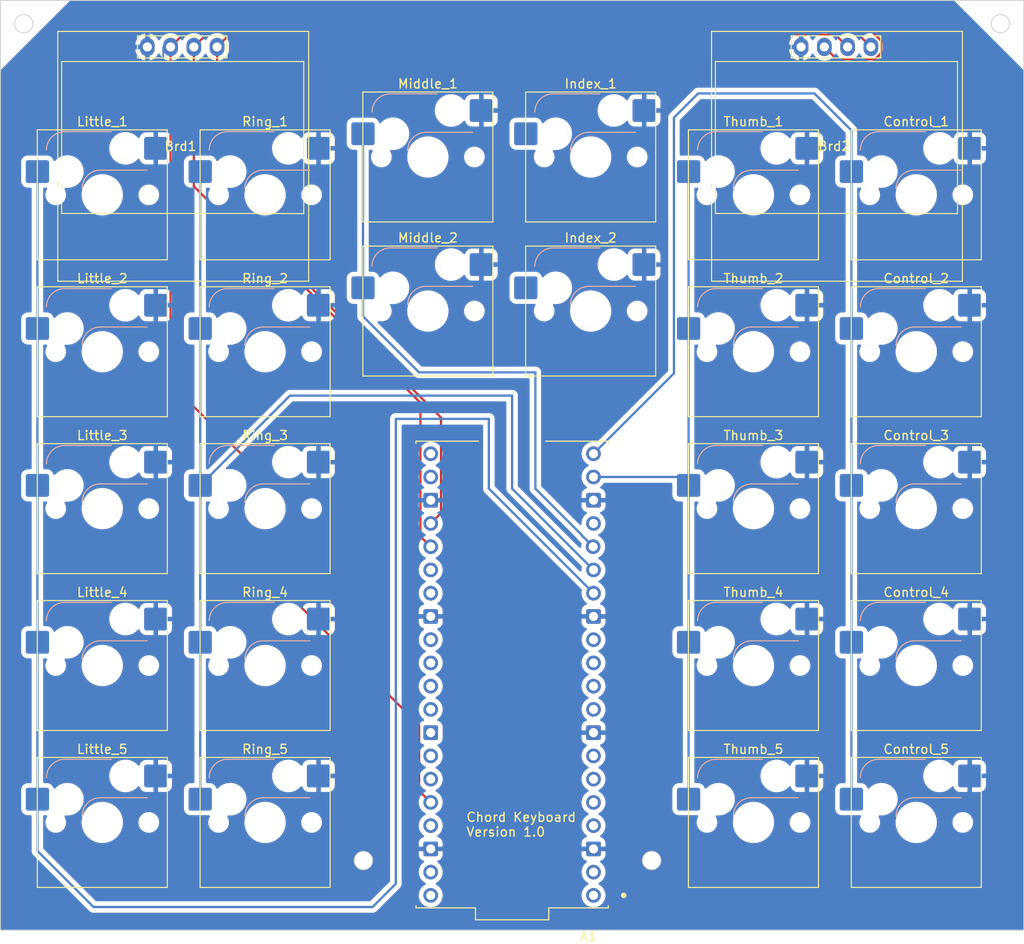
<source format=kicad_pcb>
(kicad_pcb (version 20221018) (generator pcbnew)
  (layers (0 "F.Cu" signal) (31 "B.Cu" signal) (34 "B.Paste" user) (35 "F.Paste" user) (36 "B.SilkS" user "B.Silkscreen") (37 "F.SilkS" user "F.Silkscreen") (38 "B.Mask" user) (39 "F.Mask" user) (44 "Edge.Cuts" user))
  (net 0 "")
  (net 18 "Net-(A1-GP18)")
  (net 22 "Net-(A1-GP10)")
  (net 23 "Net-(A1-GP11)")
  (net 24 "Net-(A1-GP12)")
  (net 25 "Net-(A1-GP13)")
  (net 26 "Net-(A1-GP14)")
  (net 27 "Net-(A1-GP15)")
  (net 30 "Net-(A1-GP19)")
  (net 31 "Net-(A1-3V3_OUT)")
  (net 34 "GND")
  (footprint "FlippedKeys:SW_Hotswap_Kailh_MX" (layer "F.Cu") (at 204.16 91.09)
    (fp_text reference "Control_3" (at 0 -8) (layer "F.SilkS"))
    (fp_text value "SW_Push")
    (pad "" np_thru_hole circle (at -5.08 0) (size 1.75 1.75) (drill 1.75) (layers "*.Cu" "*.Mask"))
    (pad "" np_thru_hole circle (at -3.81 -2.54) (size 3.05 3.05) (drill 3.05) (layers "*.Cu" "*.Mask"))
    (pad "" np_thru_hole circle (at 0 0) (size 4 4) (drill 4) (layers "*.Cu" "*.Mask"))
    (pad "" np_thru_hole circle (at 2.54 -5.08) (size 3.05 3.05) (drill 3.05) (layers "*.Cu" "*.Mask"))
    (pad "" np_thru_hole circle (at 5.08 0) (size 1.75 1.75) (drill 1.75) (layers "*.Cu" "*.Mask"))
    (pad "1" smd roundrect (at -7.085 -2.54) (size 2.55 2.5) (layers "B.Cu" "B.Paste" "B.Mask") (roundrect_rratio 0.1) (net 27 "Net-(A1-GP15)"))
    (pad "2" smd roundrect (at 5.842 -5.08) (size 2.55 2.5) (layers "B.Cu" "B.Paste" "B.Mask") (roundrect_rratio 0.1) (net 34 "GND"))
  )
  (footprint "FlippedKeys:SW_Hotswap_Kailh_MX" (layer "F.Cu") (at 204.16 56.8)
    (fp_text reference "Control_1" (at 0 -8) (layer "F.SilkS"))
    (fp_text value "SW_Push")
    (pad "" np_thru_hole circle (at -5.08 0) (size 1.75 1.75) (drill 1.75) (layers "*.Cu" "*.Mask"))
    (pad "" np_thru_hole circle (at -3.81 -2.54) (size 3.05 3.05) (drill 3.05) (layers "*.Cu" "*.Mask"))
    (pad "" np_thru_hole circle (at 0 0) (size 4 4) (drill 4) (layers "*.Cu" "*.Mask"))
    (pad "" np_thru_hole circle (at 2.54 -5.08) (size 3.05 3.05) (drill 3.05) (layers "*.Cu" "*.Mask"))
    (pad "" np_thru_hole circle (at 5.08 0) (size 1.75 1.75) (drill 1.75) (layers "*.Cu" "*.Mask"))
    (pad "1" smd roundrect (at -7.085 -2.54) (size 2.55 2.5) (layers "B.Cu" "B.Paste" "B.Mask") (roundrect_rratio 0.1) (net 27 "Net-(A1-GP15)"))
    (pad "2" smd roundrect (at 5.842 -5.08) (size 2.55 2.5) (layers "B.Cu" "B.Paste" "B.Mask") (roundrect_rratio 0.1) (net 34 "GND"))
  )
  (footprint "FlippedKeys:SW_Hotswap_Kailh_MX" (layer "F.Cu") (at 133.04 108.235)
    (fp_text reference "Ring_4" (at 0 -8) (layer "F.SilkS"))
    (fp_text value "SW_Push")
    (pad "" np_thru_hole circle (at -5.08 0) (size 1.75 1.75) (drill 1.75) (layers "*.Cu" "*.Mask"))
    (pad "" np_thru_hole circle (at -3.81 -2.54) (size 3.05 3.05) (drill 3.05) (layers "*.Cu" "*.Mask"))
    (pad "" np_thru_hole circle (at 0 0) (size 4 4) (drill 4) (layers "*.Cu" "*.Mask"))
    (pad "" np_thru_hole circle (at 2.54 -5.08) (size 3.05 3.05) (drill 3.05) (layers "*.Cu" "*.Mask"))
    (pad "" np_thru_hole circle (at 5.08 0) (size 1.75 1.75) (drill 1.75) (layers "*.Cu" "*.Mask"))
    (pad "1" smd roundrect (at -7.085 -2.54) (size 2.55 2.5) (layers "B.Cu" "B.Paste" "B.Mask") (roundrect_rratio 0.1) (net 23 "Net-(A1-GP11)"))
    (pad "2" smd roundrect (at 5.842 -5.08) (size 2.55 2.5) (layers "B.Cu" "B.Paste" "B.Mask") (roundrect_rratio 0.1) (net 34 "GND"))
  )
  (footprint "FlippedKeys:SW_Hotswap_Kailh_MX" (layer "F.Cu") (at 115.26 108.235)
    (fp_text reference "Little_4" (at 0 -8) (layer "F.SilkS"))
    (fp_text value "SW_Push")
    (pad "" np_thru_hole circle (at -5.08 0) (size 1.75 1.75) (drill 1.75) (layers "*.Cu" "*.Mask"))
    (pad "" np_thru_hole circle (at -3.81 -2.54) (size 3.05 3.05) (drill 3.05) (layers "*.Cu" "*.Mask"))
    (pad "" np_thru_hole circle (at 0 0) (size 4 4) (drill 4) (layers "*.Cu" "*.Mask"))
    (pad "" np_thru_hole circle (at 2.54 -5.08) (size 3.05 3.05) (drill 3.05) (layers "*.Cu" "*.Mask"))
    (pad "" np_thru_hole circle (at 5.08 0) (size 1.75 1.75) (drill 1.75) (layers "*.Cu" "*.Mask"))
    (pad "1" smd roundrect (at -7.085 -2.54) (size 2.55 2.5) (layers "B.Cu" "B.Paste" "B.Mask") (roundrect_rratio 0.1) (net 22 "Net-(A1-GP10)"))
    (pad "2" smd roundrect (at 5.842 -5.08) (size 2.55 2.5) (layers "B.Cu" "B.Paste" "B.Mask") (roundrect_rratio 0.1) (net 34 "GND"))
  )
  (footprint "FlippedKeys:SW_Hotswap_Kailh_MX" (layer "F.Cu") (at 186.38 56.8)
    (fp_text reference "Thumb_1" (at 0 -8) (layer "F.SilkS"))
    (fp_text value "SW_Push")
    (pad "" np_thru_hole circle (at -5.08 0) (size 1.75 1.75) (drill 1.75) (layers "*.Cu" "*.Mask"))
    (pad "" np_thru_hole circle (at -3.81 -2.54) (size 3.05 3.05) (drill 3.05) (layers "*.Cu" "*.Mask"))
    (pad "" np_thru_hole circle (at 0 0) (size 4 4) (drill 4) (layers "*.Cu" "*.Mask"))
    (pad "" np_thru_hole circle (at 2.54 -5.08) (size 3.05 3.05) (drill 3.05) (layers "*.Cu" "*.Mask"))
    (pad "" np_thru_hole circle (at 5.08 0) (size 1.75 1.75) (drill 1.75) (layers "*.Cu" "*.Mask"))
    (pad "1" smd roundrect (at -7.085 -2.54) (size 2.55 2.5) (layers "B.Cu" "B.Paste" "B.Mask") (roundrect_rratio 0.1) (net 26 "Net-(A1-GP14)"))
    (pad "2" smd roundrect (at 5.842 -5.08) (size 2.55 2.5) (layers "B.Cu" "B.Paste" "B.Mask") (roundrect_rratio 0.1) (net 34 "GND"))
  )
  (footprint "FlippedKeys:SW_Hotswap_Kailh_MX" (layer "F.Cu") (at 150.82 52.665)
    (fp_text reference "Middle_1" (at 0 -8) (layer "F.SilkS"))
    (fp_text value "SW_Push")
    (pad "" np_thru_hole circle (at -5.08 0) (size 1.75 1.75) (drill 1.75) (layers "*.Cu" "*.Mask"))
    (pad "" np_thru_hole circle (at -3.81 -2.54) (size 3.05 3.05) (drill 3.05) (layers "*.Cu" "*.Mask"))
    (pad "" np_thru_hole circle (at 0 0) (size 4 4) (drill 4) (layers "*.Cu" "*.Mask"))
    (pad "" np_thru_hole circle (at 2.54 -5.08) (size 3.05 3.05) (drill 3.05) (layers "*.Cu" "*.Mask"))
    (pad "" np_thru_hole circle (at 5.08 0) (size 1.75 1.75) (drill 1.75) (layers "*.Cu" "*.Mask"))
    (pad "1" smd roundrect (at -7.085 -2.54) (size 2.55 2.5) (layers "B.Cu" "B.Paste" "B.Mask") (roundrect_rratio 0.1) (net 24 "Net-(A1-GP12)"))
    (pad "2" smd roundrect (at 5.842 -5.08) (size 2.55 2.5) (layers "B.Cu" "B.Paste" "B.Mask") (roundrect_rratio 0.1) (net 34 "GND"))
  )
  (footprint "FlippedKeys:SW_Hotswap_Kailh_MX" (layer "F.Cu") (at 150.82 69.5)
    (fp_text reference "Middle_2" (at 0 -8) (layer "F.SilkS"))
    (fp_text value "SW_Push")
    (pad "" np_thru_hole circle (at -5.08 0) (size 1.75 1.75) (drill 1.75) (layers "*.Cu" "*.Mask"))
    (pad "" np_thru_hole circle (at -3.81 -2.54) (size 3.05 3.05) (drill 3.05) (layers "*.Cu" "*.Mask"))
    (pad "" np_thru_hole circle (at 0 0) (size 4 4) (drill 4) (layers "*.Cu" "*.Mask"))
    (pad "" np_thru_hole circle (at 2.54 -5.08) (size 3.05 3.05) (drill 3.05) (layers "*.Cu" "*.Mask"))
    (pad "" np_thru_hole circle (at 5.08 0) (size 1.75 1.75) (drill 1.75) (layers "*.Cu" "*.Mask"))
    (pad "1" smd roundrect (at -7.085 -2.54) (size 2.55 2.5) (layers "B.Cu" "B.Paste" "B.Mask") (roundrect_rratio 0.1) (net 24 "Net-(A1-GP12)"))
    (pad "2" smd roundrect (at 5.842 -5.08) (size 2.55 2.5) (layers "B.Cu" "B.Paste" "B.Mask") (roundrect_rratio 0.1) (net 34 "GND"))
  )
  (footprint "FlippedKeys:SW_Hotswap_Kailh_MX" (layer "F.Cu") (at 133.04 73.945)
    (fp_text reference "Ring_2" (at 0 -8) (layer "F.SilkS"))
    (fp_text value "SW_Push")
    (pad "" np_thru_hole circle (at -5.08 0) (size 1.75 1.75) (drill 1.75) (layers "*.Cu" "*.Mask"))
    (pad "" np_thru_hole circle (at -3.81 -2.54) (size 3.05 3.05) (drill 3.05) (layers "*.Cu" "*.Mask"))
    (pad "" np_thru_hole circle (at 0 0) (size 4 4) (drill 4) (layers "*.Cu" "*.Mask"))
    (pad "" np_thru_hole circle (at 2.54 -5.08) (size 3.05 3.05) (drill 3.05) (layers "*.Cu" "*.Mask"))
    (pad "" np_thru_hole circle (at 5.08 0) (size 1.75 1.75) (drill 1.75) (layers "*.Cu" "*.Mask"))
    (pad "1" smd roundrect (at -7.085 -2.54) (size 2.55 2.5) (layers "B.Cu" "B.Paste" "B.Mask") (roundrect_rratio 0.1) (net 23 "Net-(A1-GP11)"))
    (pad "2" smd roundrect (at 5.842 -5.08) (size 2.55 2.5) (layers "B.Cu" "B.Paste" "B.Mask") (roundrect_rratio 0.1) (net 34 "GND"))
  )
  (footprint "FlippedKeys:SW_Hotswap_Kailh_MX" (layer "F.Cu") (at 115.26 56.8)
    (fp_text reference "Little_1" (at 0 -8) (layer "F.SilkS"))
    (fp_text value "SW_Push")
    (pad "" np_thru_hole circle (at -5.08 0) (size 1.75 1.75) (drill 1.75) (layers "*.Cu" "*.Mask"))
    (pad "" np_thru_hole circle (at -3.81 -2.54) (size 3.05 3.05) (drill 3.05) (layers "*.Cu" "*.Mask"))
    (pad "" np_thru_hole circle (at 0 0) (size 4 4) (drill 4) (layers "*.Cu" "*.Mask"))
    (pad "" np_thru_hole circle (at 2.54 -5.08) (size 3.05 3.05) (drill 3.05) (layers "*.Cu" "*.Mask"))
    (pad "" np_thru_hole circle (at 5.08 0) (size 1.75 1.75) (drill 1.75) (layers "*.Cu" "*.Mask"))
    (pad "1" smd roundrect (at -7.085 -2.54) (size 2.55 2.5) (layers "B.Cu" "B.Paste" "B.Mask") (roundrect_rratio 0.1) (net 22 "Net-(A1-GP10)"))
    (pad "2" smd roundrect (at 5.842 -5.08) (size 2.55 2.5) (layers "B.Cu" "B.Paste" "B.Mask") (roundrect_rratio 0.1) (net 34 "GND"))
  )
  (footprint "RobsStuff:128x64OLED" (layer "F.Cu") (at 123.8 51.24)
    (fp_text reference "Brd1" (at 0 0.254) (layer "F.SilkS"))
    (fp_text value "SSD1306")
    (pad "1" thru_hole oval (at -3.62 -10.6 90) (size 2 1.6) (drill 1) (layers "*.Cu" "*.Mask") (net 34 "GND"))
    (pad "2" thru_hole oval (at -1.08 -10.6 90) (size 2 1.6) (drill 1) (layers "*.Cu" "*.Mask") (net 31 "Net-(A1-3V3_OUT)"))
    (pad "3" thru_hole oval (at 1.46 -10.6 90) (size 2 1.6) (drill 1) (layers "*.Cu" "*.Mask") (net 30 "Net-(A1-GP19)"))
    (pad "4" thru_hole oval (at 4 -10.6 90) (size 2 1.6) (drill 1) (layers "*.Cu" "*.Mask") (net 18 "Net-(A1-GP18)"))
  )
  (footprint "FlippedKeys:SW_Hotswap_Kailh_MX" (layer "F.Cu") (at 204.16 73.945)
    (fp_text reference "Control_2" (at 0 -8) (layer "F.SilkS"))
    (fp_text value "SW_Push")
    (pad "" np_thru_hole circle (at -5.08 0) (size 1.75 1.75) (drill 1.75) (layers "*.Cu" "*.Mask"))
    (pad "" np_thru_hole circle (at -3.81 -2.54) (size 3.05 3.05) (drill 3.05) (layers "*.Cu" "*.Mask"))
    (pad "" np_thru_hole circle (at 0 0) (size 4 4) (drill 4) (layers "*.Cu" "*.Mask"))
    (pad "" np_thru_hole circle (at 2.54 -5.08) (size 3.05 3.05) (drill 3.05) (layers "*.Cu" "*.Mask"))
    (pad "" np_thru_hole circle (at 5.08 0) (size 1.75 1.75) (drill 1.75) (layers "*.Cu" "*.Mask"))
    (pad "1" smd roundrect (at -7.085 -2.54) (size 2.55 2.5) (layers "B.Cu" "B.Paste" "B.Mask") (roundrect_rratio 0.1) (net 27 "Net-(A1-GP15)"))
    (pad "2" smd roundrect (at 5.842 -5.08) (size 2.55 2.5) (layers "B.Cu" "B.Paste" "B.Mask") (roundrect_rratio 0.1) (net 34 "GND"))
  )
  (footprint "FlippedKeys:SW_Hotswap_Kailh_MX" (layer "F.Cu") (at 168.6 52.665)
    (fp_text reference "Index_1" (at 0 -8) (layer "F.SilkS"))
    (fp_text value "SW_Push")
    (pad "" np_thru_hole circle (at -5.08 0) (size 1.75 1.75) (drill 1.75) (layers "*.Cu" "*.Mask"))
    (pad "" np_thru_hole circle (at -3.81 -2.54) (size 3.05 3.05) (drill 3.05) (layers "*.Cu" "*.Mask"))
    (pad "" np_thru_hole circle (at 0 0) (size 4 4) (drill 4) (layers "*.Cu" "*.Mask"))
    (pad "" np_thru_hole circle (at 2.54 -5.08) (size 3.05 3.05) (drill 3.05) (layers "*.Cu" "*.Mask"))
    (pad "" np_thru_hole circle (at 5.08 0) (size 1.75 1.75) (drill 1.75) (layers "*.Cu" "*.Mask"))
    (pad "1" smd roundrect (at -7.085 -2.54) (size 2.55 2.5) (layers "B.Cu" "B.Paste" "B.Mask") (roundrect_rratio 0.1) (net 25 "Net-(A1-GP13)"))
    (pad "2" smd roundrect (at 5.842 -5.08) (size 2.55 2.5) (layers "B.Cu" "B.Paste" "B.Mask") (roundrect_rratio 0.1) (net 34 "GND"))
  )
  (footprint "FlippedKeys:SW_Hotswap_Kailh_MX" (layer "F.Cu") (at 186.38 91.09)
    (fp_text reference "Thumb_3" (at 0 -8) (layer "F.SilkS"))
    (fp_text value "SW_Push")
    (pad "" np_thru_hole circle (at -5.08 0) (size 1.75 1.75) (drill 1.75) (layers "*.Cu" "*.Mask"))
    (pad "" np_thru_hole circle (at -3.81 -2.54) (size 3.05 3.05) (drill 3.05) (layers "*.Cu" "*.Mask"))
    (pad "" np_thru_hole circle (at 0 0) (size 4 4) (drill 4) (layers "*.Cu" "*.Mask"))
    (pad "" np_thru_hole circle (at 2.54 -5.08) (size 3.05 3.05) (drill 3.05) (layers "*.Cu" "*.Mask"))
    (pad "" np_thru_hole circle (at 5.08 0) (size 1.75 1.75) (drill 1.75) (layers "*.Cu" "*.Mask"))
    (pad "1" smd roundrect (at -7.085 -2.54) (size 2.55 2.5) (layers "B.Cu" "B.Paste" "B.Mask") (roundrect_rratio 0.1) (net 26 "Net-(A1-GP14)"))
    (pad "2" smd roundrect (at 5.842 -5.08) (size 2.55 2.5) (layers "B.Cu" "B.Paste" "B.Mask") (roundrect_rratio 0.1) (net 34 "GND"))
  )
  (footprint "FlippedKeys:SW_Hotswap_Kailh_MX" (layer "F.Cu") (at 186.38 108.235)
    (fp_text reference "Thumb_4" (at 0 -8) (layer "F.SilkS"))
    (fp_text value "SW_Push")
    (pad "" np_thru_hole circle (at -5.08 0) (size 1.75 1.75) (drill 1.75) (layers "*.Cu" "*.Mask"))
    (pad "" np_thru_hole circle (at -3.81 -2.54) (size 3.05 3.05) (drill 3.05) (layers "*.Cu" "*.Mask"))
    (pad "" np_thru_hole circle (at 0 0) (size 4 4) (drill 4) (layers "*.Cu" "*.Mask"))
    (pad "" np_thru_hole circle (at 2.54 -5.08) (size 3.05 3.05) (drill 3.05) (layers "*.Cu" "*.Mask"))
    (pad "" np_thru_hole circle (at 5.08 0) (size 1.75 1.75) (drill 1.75) (layers "*.Cu" "*.Mask"))
    (pad "1" smd roundrect (at -7.085 -2.54) (size 2.55 2.5) (layers "B.Cu" "B.Paste" "B.Mask") (roundrect_rratio 0.1) (net 26 "Net-(A1-GP14)"))
    (pad "2" smd roundrect (at 5.842 -5.08) (size 2.55 2.5) (layers "B.Cu" "B.Paste" "B.Mask") (roundrect_rratio 0.1) (net 34 "GND"))
  )
  (footprint "FlippedKeys:SW_Hotswap_Kailh_MX" (layer "F.Cu") (at 186.38 73.945)
    (fp_text reference "Thumb_2" (at 0 -8) (layer "F.SilkS"))
    (fp_text value "SW_Push")
    (pad "" np_thru_hole circle (at -5.08 0) (size 1.75 1.75) (drill 1.75) (layers "*.Cu" "*.Mask"))
    (pad "" np_thru_hole circle (at -3.81 -2.54) (size 3.05 3.05) (drill 3.05) (layers "*.Cu" "*.Mask"))
    (pad "" np_thru_hole circle (at 0 0) (size 4 4) (drill 4) (layers "*.Cu" "*.Mask"))
    (pad "" np_thru_hole circle (at 2.54 -5.08) (size 3.05 3.05) (drill 3.05) (layers "*.Cu" "*.Mask"))
    (pad "" np_thru_hole circle (at 5.08 0) (size 1.75 1.75) (drill 1.75) (layers "*.Cu" "*.Mask"))
    (pad "1" smd roundrect (at -7.085 -2.54) (size 2.55 2.5) (layers "B.Cu" "B.Paste" "B.Mask") (roundrect_rratio 0.1) (net 26 "Net-(A1-GP14)"))
    (pad "2" smd roundrect (at 5.842 -5.08) (size 2.55 2.5) (layers "B.Cu" "B.Paste" "B.Mask") (roundrect_rratio 0.1) (net 34 "GND"))
  )
  (footprint "FlippedKeys:SW_Hotswap_Kailh_MX" (layer "F.Cu") (at 186.38 125.38)
    (fp_text reference "Thumb_5" (at 0 -8) (layer "F.SilkS"))
    (fp_text value "SW_Push")
    (pad "" np_thru_hole circle (at -5.08 0) (size 1.75 1.75) (drill 1.75) (layers "*.Cu" "*.Mask"))
    (pad "" np_thru_hole circle (at -3.81 -2.54) (size 3.05 3.05) (drill 3.05) (layers "*.Cu" "*.Mask"))
    (pad "" np_thru_hole circle (at 0 0) (size 4 4) (drill 4) (layers "*.Cu" "*.Mask"))
    (pad "" np_thru_hole circle (at 2.54 -5.08) (size 3.05 3.05) (drill 3.05) (layers "*.Cu" "*.Mask"))
    (pad "" np_thru_hole circle (at 5.08 0) (size 1.75 1.75) (drill 1.75) (layers "*.Cu" "*.Mask"))
    (pad "1" smd roundrect (at -7.085 -2.54) (size 2.55 2.5) (layers "B.Cu" "B.Paste" "B.Mask") (roundrect_rratio 0.1) (net 26 "Net-(A1-GP14)"))
    (pad "2" smd roundrect (at 5.842 -5.08) (size 2.55 2.5) (layers "B.Cu" "B.Paste" "B.Mask") (roundrect_rratio 0.1) (net 34 "GND"))
  )
  (footprint "FlippedKeys:SW_Hotswap_Kailh_MX" (layer "F.Cu") (at 204.16 108.235)
    (fp_text reference "Control_4" (at 0 -8) (layer "F.SilkS"))
    (fp_text value "SW_Push")
    (pad "" np_thru_hole circle (at -5.08 0) (size 1.75 1.75) (drill 1.75) (layers "*.Cu" "*.Mask"))
    (pad "" np_thru_hole circle (at -3.81 -2.54) (size 3.05 3.05) (drill 3.05) (layers "*.Cu" "*.Mask"))
    (pad "" np_thru_hole circle (at 0 0) (size 4 4) (drill 4) (layers "*.Cu" "*.Mask"))
    (pad "" np_thru_hole circle (at 2.54 -5.08) (size 3.05 3.05) (drill 3.05) (layers "*.Cu" "*.Mask"))
    (pad "" np_thru_hole circle (at 5.08 0) (size 1.75 1.75) (drill 1.75) (layers "*.Cu" "*.Mask"))
    (pad "1" smd roundrect (at -7.085 -2.54) (size 2.55 2.5) (layers "B.Cu" "B.Paste" "B.Mask") (roundrect_rratio 0.1) (net 27 "Net-(A1-GP15)"))
    (pad "2" smd roundrect (at 5.842 -5.08) (size 2.55 2.5) (layers "B.Cu" "B.Paste" "B.Mask") (roundrect_rratio 0.1) (net 34 "GND"))
  )
  (footprint "FlippedKeys:SW_Hotswap_Kailh_MX" (layer "F.Cu") (at 115.26 91.09)
    (fp_text reference "Little_3" (at 0 -8) (layer "F.SilkS"))
    (fp_text value "SW_Push")
    (pad "" np_thru_hole circle (at -5.08 0) (size 1.75 1.75) (drill 1.75) (layers "*.Cu" "*.Mask"))
    (pad "" np_thru_hole circle (at -3.81 -2.54) (size 3.05 3.05) (drill 3.05) (layers "*.Cu" "*.Mask"))
    (pad "" np_thru_hole circle (at 0 0) (size 4 4) (drill 4) (layers "*.Cu" "*.Mask"))
    (pad "" np_thru_hole circle (at 2.54 -5.08) (size 3.05 3.05) (drill 3.05) (layers "*.Cu" "*.Mask"))
    (pad "" np_thru_hole circle (at 5.08 0) (size 1.75 1.75) (drill 1.75) (layers "*.Cu" "*.Mask"))
    (pad "1" smd roundrect (at -7.085 -2.54) (size 2.55 2.5) (layers "B.Cu" "B.Paste" "B.Mask") (roundrect_rratio 0.1) (net 22 "Net-(A1-GP10)"))
    (pad "2" smd roundrect (at 5.842 -5.08) (size 2.55 2.5) (layers "B.Cu" "B.Paste" "B.Mask") (roundrect_rratio 0.1) (net 34 "GND"))
  )
  (footprint "Module:Pico_W" (layer "F.Cu") (at 160.02 109.22 180)
    (fp_text reference "A1" (at -8.325 -28.635) (layer "F.SilkS"))
    (fp_text value "SC0918")
    (pad "1" thru_hole circle (at -8.89 -24.13 180) (size 1.6 1.6) (drill 1) (layers "*.Cu" "*.Mask"))
    (pad "2" thru_hole circle (at -8.89 -21.59 180) (size 1.6 1.6) (drill 1) (layers "*.Cu" "*.Mask"))
    (pad "3" thru_hole roundrect (at -8.89 -19.05 180) (size 1.6 1.6) (drill 1) (layers "*.Cu" "*.Mask") (roundrect_rratio 0.125) (net 34 "GND"))
    (pad "4" thru_hole circle (at -8.89 -16.51 180) (size 1.6 1.6) (drill 1) (layers "*.Cu" "*.Mask"))
    (pad "5" thru_hole circle (at -8.89 -13.97 180) (size 1.6 1.6) (drill 1) (layers "*.Cu" "*.Mask"))
    (pad "6" thru_hole circle (at -8.89 -11.43 180) (size 1.6 1.6) (drill 1) (layers "*.Cu" "*.Mask"))
    (pad "7" thru_hole circle (at -8.89 -8.89 180) (size 1.6 1.6) (drill 1) (layers "*.Cu" "*.Mask"))
    (pad "8" thru_hole roundrect (at -8.89 -6.35 180) (size 1.6 1.6) (drill 1) (layers "*.Cu" "*.Mask") (roundrect_rratio 0.125) (net 34 "GND"))
    (pad "9" thru_hole circle (at -8.89 -3.81 180) (size 1.6 1.6) (drill 1) (layers "*.Cu" "*.Mask"))
    (pad "10" thru_hole circle (at -8.89 -1.27 180) (size 1.6 1.6) (drill 1) (layers "*.Cu" "*.Mask"))
    (pad "11" thru_hole circle (at -8.89 1.27 180) (size 1.6 1.6) (drill 1) (layers "*.Cu" "*.Mask"))
    (pad "12" thru_hole circle (at -8.89 3.81 180) (size 1.6 1.6) (drill 1) (layers "*.Cu" "*.Mask"))
    (pad "13" thru_hole roundrect (at -8.89 6.35 180) (size 1.6 1.6) (drill 1) (layers "*.Cu" "*.Mask") (roundrect_rratio 0.125) (net 34 "GND"))
    (pad "14" thru_hole circle (at -8.89 8.89 180) (size 1.6 1.6) (drill 1) (layers "*.Cu" "*.Mask") (net 22 "Net-(A1-GP10)"))
    (pad "15" thru_hole circle (at -8.89 11.43 180) (size 1.6 1.6) (drill 1) (layers "*.Cu" "*.Mask") (net 23 "Net-(A1-GP11)"))
    (pad "16" thru_hole circle (at -8.848119 13.97 180) (size 1.6 1.6) (drill 1) (layers "*.Cu" "*.Mask") (net 24 "Net-(A1-GP12)"))
    (pad "17" thru_hole circle (at -8.89 16.51 180) (size 1.6 1.6) (drill 1) (layers "*.Cu" "*.Mask") (net 25 "Net-(A1-GP13)"))
    (pad "18" thru_hole roundrect (at -8.89 19.05 180) (size 1.6 1.6) (drill 1) (layers "*.Cu" "*.Mask") (roundrect_rratio 0.125) (net 34 "GND"))
    (pad "19" thru_hole circle (at -8.89 21.59 180) (size 1.6 1.6) (drill 1) (layers "*.Cu" "*.Mask") (net 26 "Net-(A1-GP14)"))
    (pad "20" thru_hole circle (at -8.89 24.13 180) (size 1.6 1.6) (drill 1) (layers "*.Cu" "*.Mask") (net 27 "Net-(A1-GP15)"))
    (pad "21" thru_hole circle (at 8.89 24.13 180) (size 1.6 1.6) (drill 1) (layers "*.Cu" "*.Mask"))
    (pad "22" thru_hole circle (at 8.89 21.59 180) (size 1.6 1.6) (drill 1) (layers "*.Cu" "*.Mask"))
    (pad "23" thru_hole roundrect (at 8.89 19.05 180) (size 1.6 1.6) (drill 1) (layers "*.Cu" "*.Mask") (roundrect_rratio 0.125) (net 34 "GND"))
    (pad "24" thru_hole circle (at 8.89 16.51 180) (size 1.6 1.6) (drill 1) (layers "*.Cu" "*.Mask") (net 18 "Net-(A1-GP18)"))
    (pad "25" thru_hole circle (at 8.89 13.97 180) (size 1.6 1.6) (drill 1) (layers "*.Cu" "*.Mask") (net 30 "Net-(A1-GP19)"))
    (pad "26" thru_hole circle (at 8.89 11.43 180) (size 1.6 1.6) (drill 1) (layers "*.Cu" "*.Mask"))
    (pad "27" thru_hole circle (at 8.89 8.89 180) (size 1.6 1.6) (drill 1) (layers "*.Cu" "*.Mask"))
    (pad "28" thru_hole roundrect (at 8.89 6.35 180) (size 1.6 1.6) (drill 1) (layers "*.Cu" "*.Mask") (roundrect_rratio 0.125) (net 34 "GND"))
    (pad "29" thru_hole circle (at 8.89 3.81 180) (size 1.6 1.6) (drill 1) (layers "*.Cu" "*.Mask"))
    (pad "30" thru_hole circle (at 8.89 1.27 180) (size 1.6 1.6) (drill 1) (layers "*.Cu" "*.Mask"))
    (pad "31" thru_hole circle (at 8.89 -1.27 180) (size 1.6 1.6) (drill 1) (layers "*.Cu" "*.Mask"))
    (pad "32" thru_hole circle (at 8.89 -3.81 180) (size 1.6 1.6) (drill 1) (layers "*.Cu" "*.Mask"))
    (pad "33" thru_hole roundrect (at 8.89 -6.35 180) (size 1.6 1.6) (drill 1) (layers "*.Cu" "*.Mask") (roundrect_rratio 0.125))
    (pad "34" thru_hole circle (at 8.89 -8.89 180) (size 1.6 1.6) (drill 1) (layers "*.Cu" "*.Mask"))
    (pad "35" thru_hole circle (at 8.89 -11.43 180) (size 1.6 1.6) (drill 1) (layers "*.Cu" "*.Mask"))
    (pad "36" thru_hole circle (at 8.89 -13.97 180) (size 1.6 1.6) (drill 1) (layers "*.Cu" "*.Mask") (net 31 "Net-(A1-3V3_OUT)"))
    (pad "37" thru_hole circle (at 8.89 -16.51 180) (size 1.6 1.6) (drill 1) (layers "*.Cu" "*.Mask"))
    (pad "38" thru_hole roundrect (at 8.89 -19.05 180) (size 1.6 1.6) (drill 1) (layers "*.Cu" "*.Mask") (roundrect_rratio 0.125) (net 34 "GND"))
    (pad "39" thru_hole circle (at 8.89 -21.59 180) (size 1.6 1.6) (drill 1) (layers "*.Cu" "*.Mask"))
    (pad "40" thru_hole circle (at 8.89 -24.13 180) (size 1.6 1.6) (drill 1) (layers "*.Cu" "*.Mask"))
  )
  (footprint "RobsStuff:128x64OLED" (layer "F.Cu") (at 195.2 51.24)
    (fp_text reference "Brd2" (at 0 0.254) (layer "F.SilkS"))
    (fp_text value "SSD1306")
    (pad "1" thru_hole oval (at -3.62 -10.6 90) (size 2 1.6) (drill 1) (layers "*.Cu" "*.Mask") (net 34 "GND"))
    (pad "2" thru_hole oval (at -1.08 -10.6 90) (size 2 1.6) (drill 1) (layers "*.Cu" "*.Mask") (net 31 "Net-(A1-3V3_OUT)"))
    (pad "3" thru_hole oval (at 1.46 -10.6 90) (size 2 1.6) (drill 1) (layers "*.Cu" "*.Mask") (net 18 "Net-(A1-GP18)"))
    (pad "4" thru_hole oval (at 4 -10.6 90) (size 2 1.6) (drill 1) (layers "*.Cu" "*.Mask") (net 30 "Net-(A1-GP19)"))
  )
  (footprint "FlippedKeys:SW_Hotswap_Kailh_MX" (layer "F.Cu") (at 204.16 125.38)
    (fp_text reference "Control_5" (at 0 -8) (layer "F.SilkS"))
    (fp_text value "SW_Push")
    (pad "" np_thru_hole circle (at -5.08 0) (size 1.75 1.75) (drill 1.75) (layers "*.Cu" "*.Mask"))
    (pad "" np_thru_hole circle (at -3.81 -2.54) (size 3.05 3.05) (drill 3.05) (layers "*.Cu" "*.Mask"))
    (pad "" np_thru_hole circle (at 0 0) (size 4 4) (drill 4) (layers "*.Cu" "*.Mask"))
    (pad "" np_thru_hole circle (at 2.54 -5.08) (size 3.05 3.05) (drill 3.05) (layers "*.Cu" "*.Mask"))
    (pad "" np_thru_hole circle (at 5.08 0) (size 1.75 1.75) (drill 1.75) (layers "*.Cu" "*.Mask"))
    (pad "1" smd roundrect (at -7.085 -2.54) (size 2.55 2.5) (layers "B.Cu" "B.Paste" "B.Mask") (roundrect_rratio 0.1) (net 27 "Net-(A1-GP15)"))
    (pad "2" smd roundrect (at 5.842 -5.08) (size 2.55 2.5) (layers "B.Cu" "B.Paste" "B.Mask") (roundrect_rratio 0.1) (net 34 "GND"))
  )
  (footprint "FlippedKeys:SW_Hotswap_Kailh_MX" (layer "F.Cu") (at 115.26 73.945)
    (fp_text reference "Little_2" (at 0 -8) (layer "F.SilkS"))
    (fp_text value "SW_Push")
    (pad "" np_thru_hole circle (at -5.08 0) (size 1.75 1.75) (drill 1.75) (layers "*.Cu" "*.Mask"))
    (pad "" np_thru_hole circle (at -3.81 -2.54) (size 3.05 3.05) (drill 3.05) (layers "*.Cu" "*.Mask"))
    (pad "" np_thru_hole circle (at 0 0) (size 4 4) (drill 4) (layers "*.Cu" "*.Mask"))
    (pad "" np_thru_hole circle (at 2.54 -5.08) (size 3.05 3.05) (drill 3.05) (layers "*.Cu" "*.Mask"))
    (pad "" np_thru_hole circle (at 5.08 0) (size 1.75 1.75) (drill 1.75) (layers "*.Cu" "*.Mask"))
    (pad "1" smd roundrect (at -7.085 -2.54) (size 2.55 2.5) (layers "B.Cu" "B.Paste" "B.Mask") (roundrect_rratio 0.1) (net 22 "Net-(A1-GP10)"))
    (pad "2" smd roundrect (at 5.842 -5.08) (size 2.55 2.5) (layers "B.Cu" "B.Paste" "B.Mask") (roundrect_rratio 0.1) (net 34 "GND"))
  )
  (footprint "FlippedKeys:SW_Hotswap_Kailh_MX" (layer "F.Cu") (at 133.04 56.8)
    (fp_text reference "Ring_1" (at 0 -8) (layer "F.SilkS"))
    (fp_text value "SW_Push")
    (pad "" np_thru_hole circle (at -5.08 0) (size 1.75 1.75) (drill 1.75) (layers "*.Cu" "*.Mask"))
    (pad "" np_thru_hole circle (at -3.81 -2.54) (size 3.05 3.05) (drill 3.05) (layers "*.Cu" "*.Mask"))
    (pad "" np_thru_hole circle (at 0 0) (size 4 4) (drill 4) (layers "*.Cu" "*.Mask"))
    (pad "" np_thru_hole circle (at 2.54 -5.08) (size 3.05 3.05) (drill 3.05) (layers "*.Cu" "*.Mask"))
    (pad "" np_thru_hole circle (at 5.08 0) (size 1.75 1.75) (drill 1.75) (layers "*.Cu" "*.Mask"))
    (pad "1" smd roundrect (at -7.085 -2.54) (size 2.55 2.5) (layers "B.Cu" "B.Paste" "B.Mask") (roundrect_rratio 0.1) (net 23 "Net-(A1-GP11)"))
    (pad "2" smd roundrect (at 5.842 -5.08) (size 2.55 2.5) (layers "B.Cu" "B.Paste" "B.Mask") (roundrect_rratio 0.1) (net 34 "GND"))
  )
  (footprint "FlippedKeys:SW_Hotswap_Kailh_MX" (layer "F.Cu") (at 115.26 125.38)
    (fp_text reference "Little_5" (at 0 -8) (layer "F.SilkS"))
    (fp_text value "SW_Push")
    (pad "" np_thru_hole circle (at -5.08 0) (size 1.75 1.75) (drill 1.75) (layers "*.Cu" "*.Mask"))
    (pad "" np_thru_hole circle (at -3.81 -2.54) (size 3.05 3.05) (drill 3.05) (layers "*.Cu" "*.Mask"))
    (pad "" np_thru_hole circle (at 0 0) (size 4 4) (drill 4) (layers "*.Cu" "*.Mask"))
    (pad "" np_thru_hole circle (at 2.54 -5.08) (size 3.05 3.05) (drill 3.05) (layers "*.Cu" "*.Mask"))
    (pad "" np_thru_hole circle (at 5.08 0) (size 1.75 1.75) (drill 1.75) (layers "*.Cu" "*.Mask"))
    (pad "1" smd roundrect (at -7.085 -2.54) (size 2.55 2.5) (layers "B.Cu" "B.Paste" "B.Mask") (roundrect_rratio 0.1) (net 22 "Net-(A1-GP10)"))
    (pad "2" smd roundrect (at 5.842 -5.08) (size 2.55 2.5) (layers "B.Cu" "B.Paste" "B.Mask") (roundrect_rratio 0.1) (net 34 "GND"))
  )
  (footprint "FlippedKeys:SW_Hotswap_Kailh_MX" (layer "F.Cu") (at 133.04 125.38)
    (fp_text reference "Ring_5" (at 0 -8) (layer "F.SilkS"))
    (fp_text value "SW_Push")
    (pad "" np_thru_hole circle (at -5.08 0) (size 1.75 1.75) (drill 1.75) (layers "*.Cu" "*.Mask"))
    (pad "" np_thru_hole circle (at -3.81 -2.54) (size 3.05 3.05) (drill 3.05) (layers "*.Cu" "*.Mask"))
    (pad "" np_thru_hole circle (at 0 0) (size 4 4) (drill 4) (layers "*.Cu" "*.Mask"))
    (pad "" np_thru_hole circle (at 2.54 -5.08) (size 3.05 3.05) (drill 3.05) (layers "*.Cu" "*.Mask"))
    (pad "" np_thru_hole circle (at 5.08 0) (size 1.75 1.75) (drill 1.75) (layers "*.Cu" "*.Mask"))
    (pad "1" smd roundrect (at -7.085 -2.54) (size 2.55 2.5) (layers "B.Cu" "B.Paste" "B.Mask") (roundrect_rratio 0.1) (net 23 "Net-(A1-GP11)"))
    (pad "2" smd roundrect (at 5.842 -5.08) (size 2.55 2.5) (layers "B.Cu" "B.Paste" "B.Mask") (roundrect_rratio 0.1) (net 34 "GND"))
  )
  (footprint "FlippedKeys:SW_Hotswap_Kailh_MX" (layer "F.Cu") (at 168.6 69.5)
    (fp_text reference "Index_2" (at 0 -8) (layer "F.SilkS"))
    (fp_text value "SW_Push")
    (pad "" np_thru_hole circle (at -5.08 0) (size 1.75 1.75) (drill 1.75) (layers "*.Cu" "*.Mask"))
    (pad "" np_thru_hole circle (at -3.81 -2.54) (size 3.05 3.05) (drill 3.05) (layers "*.Cu" "*.Mask"))
    (pad "" np_thru_hole circle (at 0 0) (size 4 4) (drill 4) (layers "*.Cu" "*.Mask"))
    (pad "" np_thru_hole circle (at 2.54 -5.08) (size 3.05 3.05) (drill 3.05) (layers "*.Cu" "*.Mask"))
    (pad "" np_thru_hole circle (at 5.08 0) (size 1.75 1.75) (drill 1.75) (layers "*.Cu" "*.Mask"))
    (pad "1" smd roundrect (at -7.085 -2.54) (size 2.55 2.5) (layers "B.Cu" "B.Paste" "B.Mask") (roundrect_rratio 0.1) (net 25 "Net-(A1-GP13)"))
    (pad "2" smd roundrect (at 5.842 -5.08) (size 2.55 2.5) (layers "B.Cu" "B.Paste" "B.Mask") (roundrect_rratio 0.1) (net 34 "GND"))
  )
  (footprint "FlippedKeys:SW_Hotswap_Kailh_MX" (layer "F.Cu") (at 133.04 91.09)
    (fp_text reference "Ring_3" (at 0 -8) (layer "F.SilkS"))
    (fp_text value "SW_Push")
    (pad "" np_thru_hole circle (at -5.08 0) (size 1.75 1.75) (drill 1.75) (layers "*.Cu" "*.Mask"))
    (pad "" np_thru_hole circle (at -3.81 -2.54) (size 3.05 3.05) (drill 3.05) (layers "*.Cu" "*.Mask"))
    (pad "" np_thru_hole circle (at 0 0) (size 4 4) (drill 4) (layers "*.Cu" "*.Mask"))
    (pad "" np_thru_hole circle (at 2.54 -5.08) (size 3.05 3.05) (drill 3.05) (layers "*.Cu" "*.Mask"))
    (pad "" np_thru_hole circle (at 5.08 0) (size 1.75 1.75) (drill 1.75) (layers "*.Cu" "*.Mask"))
    (pad "1" smd roundrect (at -7.085 -2.54) (size 2.55 2.5) (layers "B.Cu" "B.Paste" "B.Mask") (roundrect_rratio 0.1) (net 23 "Net-(A1-GP11)"))
    (pad "2" smd roundrect (at 5.842 -5.08) (size 2.55 2.5) (layers "B.Cu" "B.Paste" "B.Mask") (roundrect_rratio 0.1) (net 34 "GND"))
  )
  (gr_line (start 121.92 40.64) (end 121.92 43.18) (stroke (width 0.2)) (layer "B.Cu"))
  (gr_rect (start 104.14 35.56) (end 215.9 137.16) (stroke (width 0.1)) (fill none) (layer "Edge.Cuts"))
  (gr_circle (center 213.36 38.1) (end 213.36 39.1) (stroke (width 0.1)) (fill none) (layer "Edge.Cuts"))
  (gr_circle (center 175.26 129.54) (end 176.26 129.54) (stroke (width 0.1)) (fill none) (layer "Edge.Cuts"))
  (gr_circle (center 106.68 38.1) (end 106.68 39.1) (stroke (width 0.1)) (fill none) (layer "Edge.Cuts"))
  (gr_circle (center 143.78 129.54) (end 143.78 130.54) (stroke (width 0.1)) (fill none) (layer "Edge.Cuts"))
  (gr_text "Chord Keyboard\nVersion 1.0" (at 154.94 127) (layer "F.SilkS") (effects (font (size 1 1)) (justify left bottom)))
  (segment (start 127.8 40.64) (end 127.8 46.627006) (width 0.25) (layer "F.Cu") (net 18))
  (segment (start 195.335 39.315) (end 196.66 40.64) (width 0.25) (layer "F.Cu") (net 18))
  (segment (start 152.255 91.585) (end 151.13 92.71) (width 0.25) (layer "F.Cu") (net 18))
  (segment (start 127.8 46.627006) (end 136.87 55.697006) (width 0.25) (layer "F.Cu") (net 18))
  (segment (start 129.125 39.315) (end 195.335 39.315) (width 0.25) (layer "F.Cu") (net 18))
  (segment (start 127.8 40.64) (end 129.125 39.315) (width 0.25) (layer "F.Cu") (net 18))
  (segment (start 136.87 65.75) (end 152.255 81.135) (width 0.25) (layer "F.Cu") (net 18))
  (segment (start 136.87 55.697006) (end 136.87 65.75) (width 0.25) (layer "F.Cu") (net 18))
  (segment (start 152.255 81.135) (end 152.255 91.585) (width 0.25) (layer "F.Cu") (net 18))
  (segment (start 114.3 134.62) (end 144.78 134.62) (width 0.25) (layer "B.Cu") (net 22))
  (segment (start 108.175 88.55) (end 108.175 105.695) (width 0.25) (layer "B.Cu") (net 22))
  (segment (start 108.175 105.695) (end 108.175 122.84) (width 0.25) (layer "B.Cu") (net 22))
  (segment (start 108.175 122.84) (end 108.175 128.495) (width 0.25) (layer "B.Cu") (net 22))
  (segment (start 108.175 128.495) (end 114.3 134.62) (width 0.25) (layer "B.Cu") (net 22))
  (segment (start 157.48 81.28) (end 157.48 88.9) (width 0.25) (layer "B.Cu") (net 22))
  (segment (start 108.175 54.26) (end 108.175 71.405) (width 0.25) (layer "B.Cu") (net 22))
  (segment (start 157.48 88.9) (end 168.91 100.33) (width 0.25) (layer "B.Cu") (net 22))
  (segment (start 144.78 134.62) (end 147.32 132.08) (width 0.25) (layer "B.Cu") (net 22))
  (segment (start 147.32 132.08) (end 147.32 81.28) (width 0.25) (layer "B.Cu") (net 22))
  (segment (start 147.32 81.28) (end 157.48 81.28) (width 0.25) (layer "B.Cu") (net 22))
  (segment (start 108.175 71.405) (end 108.175 88.55) (width 0.25) (layer "B.Cu") (net 22))
  (segment (start 125.955 54.26) (end 125.955 71.405) (width 0.25) (layer "B.Cu") (net 23))
  (segment (start 125.955 88.55) (end 125.955 105.695) (width 0.25) (layer "B.Cu") (net 23))
  (segment (start 125.955 88.55) (end 135.765 78.74) (width 0.25) (layer "B.Cu") (net 23))
  (segment (start 135.765 78.74) (end 160.02 78.74) (width 0.25) (layer "B.Cu") (net 23))
  (segment (start 160.02 78.74) (end 160.02 88.9) (width 0.25) (layer "B.Cu") (net 23))
  (segment (start 125.955 88.55) (end 125.955 71.405) (width 0.25) (layer "B.Cu") (net 23))
  (segment (start 125.955 105.695) (end 125.955 122.84) (width 0.25) (layer "B.Cu") (net 23))
  (segment (start 160.02 88.9) (end 168.91 97.79) (width 0.25) (layer "B.Cu") (net 23))
  (segment (start 162.56 76.2) (end 162.56 88.9) (width 0.25) (layer "B.Cu") (net 24))
  (segment (start 143.735 70.075) (end 149.86 76.2) (width 0.25) (layer "B.Cu") (net 24))
  (segment (start 167.64 93.98) (end 167.64 94.021881) (width 0.25) (layer "B.Cu") (net 24))
  (segment (start 149.86 76.2) (end 162.56 76.2) (width 0.25) (layer "B.Cu") (net 24))
  (segment (start 167.64 94.021881) (end 168.868119 95.25) (width 0.25) (layer "B.Cu") (net 24))
  (segment (start 143.735 66.96) (end 143.735 70.075) (width 0.25) (layer "B.Cu") (net 24))
  (segment (start 162.56 88.9) (end 167.64 93.98) (width 0.25) (layer "B.Cu") (net 24))
  (segment (start 143.735 66.96) (end 143.735 50.125) (width 0.25) (layer "B.Cu") (net 24))
  (segment (start 179.295 105.695) (end 179.295 122.84) (width 0.25) (layer "B.Cu") (net 26))
  (segment (start 178.375 87.63) (end 179.295 88.55) (width 0.25) (layer "B.Cu") (net 26))
  (segment (start 179.295 88.55) (end 179.295 71.405) (width 0.25) (layer "B.Cu") (net 26))
  (segment (start 179.295 88.55) (end 179.295 105.695) (width 0.25) (layer "B.Cu") (net 26))
  (segment (start 179.295 71.405) (end 179.295 54.26) (width 0.25) (layer "B.Cu") (net 26))
  (segment (start 168.91 87.63) (end 178.375 87.63) (width 0.25) (layer "B.Cu") (net 26))
  (segment (start 197.075 105.695) (end 197.075 122.84) (width 0.25) (layer "B.Cu") (net 27))
  (segment (start 197.075 88.55) (end 197.075 105.695) (width 0.25) (layer "B.Cu") (net 27))
  (segment (start 197.075 71.405) (end 197.075 54.26) (width 0.25) (layer "B.Cu") (net 27))
  (segment (start 177.695 48.365) (end 180.34 45.72) (width 0.25) (layer "B.Cu") (net 27))
  (segment (start 193.04 45.72) (end 197.075 49.755) (width 0.25) (layer "B.Cu") (net 27))
  (segment (start 168.91 85.09) (end 177.695 76.305) (width 0.25) (layer "B.Cu") (net 27))
  (segment (start 197.075 88.55) (end 197.075 71.405) (width 0.25) (layer "B.Cu") (net 27))
  (segment (start 177.695 76.305) (end 177.695 48.365) (width 0.25) (layer "B.Cu") (net 27))
  (segment (start 197.075 49.755) (end 197.075 54.26) (width 0.25) (layer "B.Cu") (net 27))
  (segment (start 180.34 45.72) (end 193.04 45.72) (width 0.25) (layer "B.Cu") (net 27))
  (segment (start 125.26 40.64) (end 125.26 55.867767) (width 0.25) (layer "F.Cu") (net 30))
  (segment (start 150.005 79.521396) (end 150.005 94.125) (width 0.25) (layer "F.Cu") (net 30))
  (segment (start 136.357233 66.965) (end 137.448604 66.965) (width 0.25) (layer "F.Cu") (net 30))
  (segment (start 137.448604 66.965) (end 150.005 79.521396) (width 0.25) (layer "F.Cu") (net 30))
  (segment (start 150.005 94.125) (end 151.13 95.25) (width 0.25) (layer "F.Cu") (net 30))
  (segment (start 127.035 38.865) (end 197.425 38.865) (width 0.25) (layer "F.Cu") (net 30))
  (segment (start 125.26 40.64) (end 127.035 38.865) (width 0.25) (layer "F.Cu") (net 30))
  (segment (start 197.425 38.865) (end 199.2 40.64) (width 0.25) (layer "F.Cu") (net 30))
  (segment (start 125.26 55.867767) (end 136.357233 66.965) (width 0.25) (layer "F.Cu") (net 30))
  (segment (start 199.66599 41.965) (end 195.445 41.965) (width 0.25) (layer "F.Cu") (net 31))
  (segment (start 122.72 77.411243) (end 135.415 90.106243) (width 0.25) (layer "F.Cu") (net 31))
  (segment (start 200.325 41.30599) (end 199.66599 41.965) (width 0.25) (layer "F.Cu") (net 31))
  (segment (start 124.945 38.415) (end 198.76599 38.415) (width 0.25) (layer "F.Cu") (net 31))
  (segment (start 200.325 39.97401) (end 200.325 41.30599) (width 0.25) (layer "F.Cu") (net 31))
  (segment (start 122.72 40.64) (end 124.945 38.415) (width 0.25) (layer "F.Cu") (net 31))
  (segment (start 135.415 100.302994) (end 149.86 114.747994) (width 0.25) (layer "F.Cu") (net 31))
  (segment (start 122.72 40.64) (end 122.72 77.411243) (width 0.25) (layer "F.Cu") (net 31))
  (segment (start 198.76599 38.415) (end 200.325 39.97401) (width 0.25) (layer "F.Cu") (net 31))
  (segment (start 149.86 121.92) (end 151.13 123.19) (width 0.25) (layer "F.Cu") (net 31))
  (segment (start 135.415 90.106243) (end 135.415 100.302994) (width 0.25) (layer "F.Cu") (net 31))
  (segment (start 195.445 41.965) (end 194.12 40.64) (width 0.25) (layer "F.Cu") (net 31))
  (segment (start 149.86 114.747994) (end 149.86 121.92) (width 0.25) (layer "F.Cu") (net 31))
  (zone (net 34) (net_name "GND") (layer "B.Cu") (connect_pads (clearance 0.5)) (min_thickness 0.25) (fill yes (thermal_gap 0.5) (thermal_bridge_width 0.5))
    (polygon (pts (xy 111.76 35.56) (xy 208.28 35.56) (xy 215.9 43.18) (xy 215.9 137.16) (xy 104.14 137.16) (xy 104.14 43.18)))
  )
)
</source>
